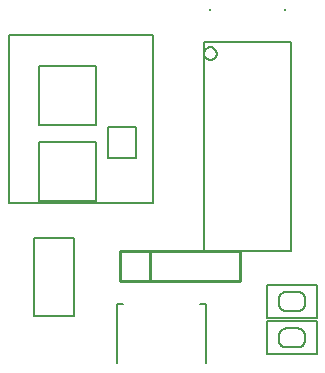
<source format=gto>
G75*
%MOIN*%
%OFA0B0*%
%FSLAX25Y25*%
%IPPOS*%
%LPD*%
%AMOC8*
5,1,8,0,0,1.08239X$1,22.5*
%
%ADD10C,0.00600*%
%ADD11R,0.00787X0.00787*%
%ADD12C,0.00500*%
%ADD13C,0.00800*%
%ADD14C,0.01000*%
D10*
X0074681Y0042500D02*
X0103919Y0042500D01*
X0103919Y0112000D01*
X0074681Y0112000D01*
X0074681Y0042500D01*
X0074800Y0108300D02*
X0074802Y0108392D01*
X0074808Y0108483D01*
X0074818Y0108574D01*
X0074832Y0108665D01*
X0074850Y0108755D01*
X0074872Y0108844D01*
X0074897Y0108931D01*
X0074927Y0109018D01*
X0074960Y0109104D01*
X0074997Y0109187D01*
X0075037Y0109270D01*
X0075081Y0109350D01*
X0075129Y0109428D01*
X0075180Y0109505D01*
X0075234Y0109578D01*
X0075291Y0109650D01*
X0075352Y0109719D01*
X0075415Y0109785D01*
X0075481Y0109848D01*
X0075550Y0109909D01*
X0075622Y0109966D01*
X0075695Y0110020D01*
X0075772Y0110071D01*
X0075850Y0110119D01*
X0075930Y0110163D01*
X0076013Y0110203D01*
X0076096Y0110240D01*
X0076182Y0110273D01*
X0076269Y0110303D01*
X0076356Y0110328D01*
X0076445Y0110350D01*
X0076535Y0110368D01*
X0076626Y0110382D01*
X0076717Y0110392D01*
X0076808Y0110398D01*
X0076900Y0110400D01*
X0076992Y0110398D01*
X0077083Y0110392D01*
X0077174Y0110382D01*
X0077265Y0110368D01*
X0077355Y0110350D01*
X0077444Y0110328D01*
X0077531Y0110303D01*
X0077618Y0110273D01*
X0077704Y0110240D01*
X0077787Y0110203D01*
X0077870Y0110163D01*
X0077950Y0110119D01*
X0078028Y0110071D01*
X0078105Y0110020D01*
X0078178Y0109966D01*
X0078250Y0109909D01*
X0078319Y0109848D01*
X0078385Y0109785D01*
X0078448Y0109719D01*
X0078509Y0109650D01*
X0078566Y0109578D01*
X0078620Y0109505D01*
X0078671Y0109428D01*
X0078719Y0109350D01*
X0078763Y0109270D01*
X0078803Y0109187D01*
X0078840Y0109104D01*
X0078873Y0109018D01*
X0078903Y0108931D01*
X0078928Y0108844D01*
X0078950Y0108755D01*
X0078968Y0108665D01*
X0078982Y0108574D01*
X0078992Y0108483D01*
X0078998Y0108392D01*
X0079000Y0108300D01*
X0078998Y0108208D01*
X0078992Y0108117D01*
X0078982Y0108026D01*
X0078968Y0107935D01*
X0078950Y0107845D01*
X0078928Y0107756D01*
X0078903Y0107669D01*
X0078873Y0107582D01*
X0078840Y0107496D01*
X0078803Y0107413D01*
X0078763Y0107330D01*
X0078719Y0107250D01*
X0078671Y0107172D01*
X0078620Y0107095D01*
X0078566Y0107022D01*
X0078509Y0106950D01*
X0078448Y0106881D01*
X0078385Y0106815D01*
X0078319Y0106752D01*
X0078250Y0106691D01*
X0078178Y0106634D01*
X0078105Y0106580D01*
X0078028Y0106529D01*
X0077950Y0106481D01*
X0077870Y0106437D01*
X0077787Y0106397D01*
X0077704Y0106360D01*
X0077618Y0106327D01*
X0077531Y0106297D01*
X0077444Y0106272D01*
X0077355Y0106250D01*
X0077265Y0106232D01*
X0077174Y0106218D01*
X0077083Y0106208D01*
X0076992Y0106202D01*
X0076900Y0106200D01*
X0076808Y0106202D01*
X0076717Y0106208D01*
X0076626Y0106218D01*
X0076535Y0106232D01*
X0076445Y0106250D01*
X0076356Y0106272D01*
X0076269Y0106297D01*
X0076182Y0106327D01*
X0076096Y0106360D01*
X0076013Y0106397D01*
X0075930Y0106437D01*
X0075850Y0106481D01*
X0075772Y0106529D01*
X0075695Y0106580D01*
X0075622Y0106634D01*
X0075550Y0106691D01*
X0075481Y0106752D01*
X0075415Y0106815D01*
X0075352Y0106881D01*
X0075291Y0106950D01*
X0075234Y0107022D01*
X0075180Y0107095D01*
X0075129Y0107172D01*
X0075081Y0107250D01*
X0075037Y0107330D01*
X0074997Y0107413D01*
X0074960Y0107496D01*
X0074927Y0107582D01*
X0074897Y0107669D01*
X0074872Y0107756D01*
X0074850Y0107845D01*
X0074832Y0107935D01*
X0074818Y0108026D01*
X0074808Y0108117D01*
X0074802Y0108208D01*
X0074800Y0108300D01*
D11*
X0076800Y0122694D03*
X0101800Y0122694D03*
D12*
X0057646Y0114347D02*
X0009615Y0114347D01*
X0009615Y0058442D01*
X0057646Y0058442D01*
X0057646Y0114347D01*
X0038749Y0104111D02*
X0038749Y0084426D01*
X0019851Y0084426D01*
X0019851Y0104111D01*
X0038749Y0104111D01*
X0042686Y0083639D02*
X0042686Y0073402D01*
X0052135Y0073402D01*
X0052135Y0083639D01*
X0042686Y0083639D01*
X0038749Y0078914D02*
X0038749Y0059229D01*
X0019851Y0059229D01*
X0019851Y0078914D01*
X0038749Y0078914D01*
X0045836Y0024685D02*
X0047805Y0024685D01*
X0045836Y0024685D02*
X0045836Y0005000D01*
X0073395Y0024685D02*
X0075364Y0024685D01*
X0075364Y0005000D01*
X0095832Y0007988D02*
X0095832Y0019012D01*
X0112368Y0019012D01*
X0112368Y0007988D01*
X0095832Y0007988D01*
X0099769Y0012713D02*
X0099769Y0014287D01*
X0099771Y0014382D01*
X0099777Y0014477D01*
X0099786Y0014572D01*
X0099800Y0014666D01*
X0099817Y0014759D01*
X0099838Y0014852D01*
X0099862Y0014944D01*
X0099891Y0015035D01*
X0099922Y0015125D01*
X0099958Y0015213D01*
X0099997Y0015300D01*
X0100040Y0015385D01*
X0100085Y0015468D01*
X0100135Y0015549D01*
X0100187Y0015629D01*
X0100243Y0015706D01*
X0100301Y0015781D01*
X0100363Y0015853D01*
X0100428Y0015923D01*
X0100495Y0015990D01*
X0100565Y0016055D01*
X0100637Y0016117D01*
X0100712Y0016175D01*
X0100789Y0016231D01*
X0100869Y0016283D01*
X0100950Y0016333D01*
X0101033Y0016378D01*
X0101118Y0016421D01*
X0101205Y0016460D01*
X0101293Y0016496D01*
X0101383Y0016527D01*
X0101474Y0016556D01*
X0101566Y0016580D01*
X0101659Y0016601D01*
X0101752Y0016618D01*
X0101846Y0016632D01*
X0101941Y0016641D01*
X0102036Y0016647D01*
X0102131Y0016649D01*
X0102131Y0016650D02*
X0106069Y0016650D01*
X0106069Y0016649D02*
X0106164Y0016647D01*
X0106259Y0016641D01*
X0106354Y0016632D01*
X0106448Y0016618D01*
X0106541Y0016601D01*
X0106634Y0016580D01*
X0106726Y0016556D01*
X0106817Y0016527D01*
X0106907Y0016496D01*
X0106995Y0016460D01*
X0107082Y0016421D01*
X0107167Y0016378D01*
X0107250Y0016333D01*
X0107331Y0016283D01*
X0107411Y0016231D01*
X0107488Y0016175D01*
X0107563Y0016117D01*
X0107635Y0016055D01*
X0107705Y0015990D01*
X0107772Y0015923D01*
X0107837Y0015853D01*
X0107899Y0015781D01*
X0107957Y0015706D01*
X0108013Y0015629D01*
X0108065Y0015549D01*
X0108115Y0015468D01*
X0108160Y0015385D01*
X0108203Y0015300D01*
X0108242Y0015213D01*
X0108278Y0015125D01*
X0108309Y0015035D01*
X0108338Y0014944D01*
X0108362Y0014852D01*
X0108383Y0014759D01*
X0108400Y0014666D01*
X0108414Y0014572D01*
X0108423Y0014477D01*
X0108429Y0014382D01*
X0108431Y0014287D01*
X0108431Y0012713D01*
X0108429Y0012618D01*
X0108423Y0012523D01*
X0108414Y0012428D01*
X0108400Y0012334D01*
X0108383Y0012241D01*
X0108362Y0012148D01*
X0108338Y0012056D01*
X0108309Y0011965D01*
X0108278Y0011875D01*
X0108242Y0011787D01*
X0108203Y0011700D01*
X0108160Y0011615D01*
X0108115Y0011532D01*
X0108065Y0011451D01*
X0108013Y0011371D01*
X0107957Y0011294D01*
X0107899Y0011219D01*
X0107837Y0011147D01*
X0107772Y0011077D01*
X0107705Y0011010D01*
X0107635Y0010945D01*
X0107563Y0010883D01*
X0107488Y0010825D01*
X0107411Y0010769D01*
X0107331Y0010717D01*
X0107250Y0010667D01*
X0107167Y0010622D01*
X0107082Y0010579D01*
X0106995Y0010540D01*
X0106907Y0010504D01*
X0106817Y0010473D01*
X0106726Y0010444D01*
X0106634Y0010420D01*
X0106541Y0010399D01*
X0106448Y0010382D01*
X0106354Y0010368D01*
X0106259Y0010359D01*
X0106164Y0010353D01*
X0106069Y0010351D01*
X0106069Y0010350D02*
X0102131Y0010350D01*
X0102131Y0010351D02*
X0102036Y0010353D01*
X0101941Y0010359D01*
X0101846Y0010368D01*
X0101752Y0010382D01*
X0101659Y0010399D01*
X0101566Y0010420D01*
X0101474Y0010444D01*
X0101383Y0010473D01*
X0101293Y0010504D01*
X0101205Y0010540D01*
X0101118Y0010579D01*
X0101033Y0010622D01*
X0100950Y0010667D01*
X0100869Y0010717D01*
X0100789Y0010769D01*
X0100712Y0010825D01*
X0100637Y0010883D01*
X0100565Y0010945D01*
X0100495Y0011010D01*
X0100428Y0011077D01*
X0100363Y0011147D01*
X0100301Y0011219D01*
X0100243Y0011294D01*
X0100187Y0011371D01*
X0100135Y0011451D01*
X0100085Y0011532D01*
X0100040Y0011615D01*
X0099997Y0011700D01*
X0099958Y0011787D01*
X0099922Y0011875D01*
X0099891Y0011965D01*
X0099862Y0012056D01*
X0099838Y0012148D01*
X0099817Y0012241D01*
X0099800Y0012334D01*
X0099786Y0012428D01*
X0099777Y0012523D01*
X0099771Y0012618D01*
X0099769Y0012713D01*
X0095832Y0020188D02*
X0095832Y0031212D01*
X0112368Y0031212D01*
X0112368Y0020188D01*
X0095832Y0020188D01*
X0099769Y0024913D02*
X0099769Y0026487D01*
X0099771Y0026582D01*
X0099777Y0026677D01*
X0099786Y0026772D01*
X0099800Y0026866D01*
X0099817Y0026959D01*
X0099838Y0027052D01*
X0099862Y0027144D01*
X0099891Y0027235D01*
X0099922Y0027325D01*
X0099958Y0027413D01*
X0099997Y0027500D01*
X0100040Y0027585D01*
X0100085Y0027668D01*
X0100135Y0027749D01*
X0100187Y0027829D01*
X0100243Y0027906D01*
X0100301Y0027981D01*
X0100363Y0028053D01*
X0100428Y0028123D01*
X0100495Y0028190D01*
X0100565Y0028255D01*
X0100637Y0028317D01*
X0100712Y0028375D01*
X0100789Y0028431D01*
X0100869Y0028483D01*
X0100950Y0028533D01*
X0101033Y0028578D01*
X0101118Y0028621D01*
X0101205Y0028660D01*
X0101293Y0028696D01*
X0101383Y0028727D01*
X0101474Y0028756D01*
X0101566Y0028780D01*
X0101659Y0028801D01*
X0101752Y0028818D01*
X0101846Y0028832D01*
X0101941Y0028841D01*
X0102036Y0028847D01*
X0102131Y0028849D01*
X0102131Y0028850D02*
X0106069Y0028850D01*
X0106069Y0028849D02*
X0106164Y0028847D01*
X0106259Y0028841D01*
X0106354Y0028832D01*
X0106448Y0028818D01*
X0106541Y0028801D01*
X0106634Y0028780D01*
X0106726Y0028756D01*
X0106817Y0028727D01*
X0106907Y0028696D01*
X0106995Y0028660D01*
X0107082Y0028621D01*
X0107167Y0028578D01*
X0107250Y0028533D01*
X0107331Y0028483D01*
X0107411Y0028431D01*
X0107488Y0028375D01*
X0107563Y0028317D01*
X0107635Y0028255D01*
X0107705Y0028190D01*
X0107772Y0028123D01*
X0107837Y0028053D01*
X0107899Y0027981D01*
X0107957Y0027906D01*
X0108013Y0027829D01*
X0108065Y0027749D01*
X0108115Y0027668D01*
X0108160Y0027585D01*
X0108203Y0027500D01*
X0108242Y0027413D01*
X0108278Y0027325D01*
X0108309Y0027235D01*
X0108338Y0027144D01*
X0108362Y0027052D01*
X0108383Y0026959D01*
X0108400Y0026866D01*
X0108414Y0026772D01*
X0108423Y0026677D01*
X0108429Y0026582D01*
X0108431Y0026487D01*
X0108431Y0024913D01*
X0108429Y0024818D01*
X0108423Y0024723D01*
X0108414Y0024628D01*
X0108400Y0024534D01*
X0108383Y0024441D01*
X0108362Y0024348D01*
X0108338Y0024256D01*
X0108309Y0024165D01*
X0108278Y0024075D01*
X0108242Y0023987D01*
X0108203Y0023900D01*
X0108160Y0023815D01*
X0108115Y0023732D01*
X0108065Y0023651D01*
X0108013Y0023571D01*
X0107957Y0023494D01*
X0107899Y0023419D01*
X0107837Y0023347D01*
X0107772Y0023277D01*
X0107705Y0023210D01*
X0107635Y0023145D01*
X0107563Y0023083D01*
X0107488Y0023025D01*
X0107411Y0022969D01*
X0107331Y0022917D01*
X0107250Y0022867D01*
X0107167Y0022822D01*
X0107082Y0022779D01*
X0106995Y0022740D01*
X0106907Y0022704D01*
X0106817Y0022673D01*
X0106726Y0022644D01*
X0106634Y0022620D01*
X0106541Y0022599D01*
X0106448Y0022582D01*
X0106354Y0022568D01*
X0106259Y0022559D01*
X0106164Y0022553D01*
X0106069Y0022551D01*
X0106069Y0022550D02*
X0102131Y0022550D01*
X0102131Y0022551D02*
X0102036Y0022553D01*
X0101941Y0022559D01*
X0101846Y0022568D01*
X0101752Y0022582D01*
X0101659Y0022599D01*
X0101566Y0022620D01*
X0101474Y0022644D01*
X0101383Y0022673D01*
X0101293Y0022704D01*
X0101205Y0022740D01*
X0101118Y0022779D01*
X0101033Y0022822D01*
X0100950Y0022867D01*
X0100869Y0022917D01*
X0100789Y0022969D01*
X0100712Y0023025D01*
X0100637Y0023083D01*
X0100565Y0023145D01*
X0100495Y0023210D01*
X0100428Y0023277D01*
X0100363Y0023347D01*
X0100301Y0023419D01*
X0100243Y0023494D01*
X0100187Y0023571D01*
X0100135Y0023651D01*
X0100085Y0023732D01*
X0100040Y0023815D01*
X0099997Y0023900D01*
X0099958Y0023987D01*
X0099922Y0024075D01*
X0099891Y0024165D01*
X0099862Y0024256D01*
X0099838Y0024348D01*
X0099817Y0024441D01*
X0099800Y0024534D01*
X0099786Y0024628D01*
X0099777Y0024723D01*
X0099771Y0024818D01*
X0099769Y0024913D01*
D13*
X0018194Y0020900D02*
X0018194Y0046700D01*
X0031406Y0046700D01*
X0031406Y0020900D01*
X0018194Y0020900D01*
D14*
X0046900Y0032400D02*
X0086900Y0032400D01*
X0086900Y0042400D01*
X0056900Y0042400D01*
X0056900Y0032400D01*
X0056900Y0042400D02*
X0046900Y0042400D01*
X0046900Y0032400D01*
M02*

</source>
